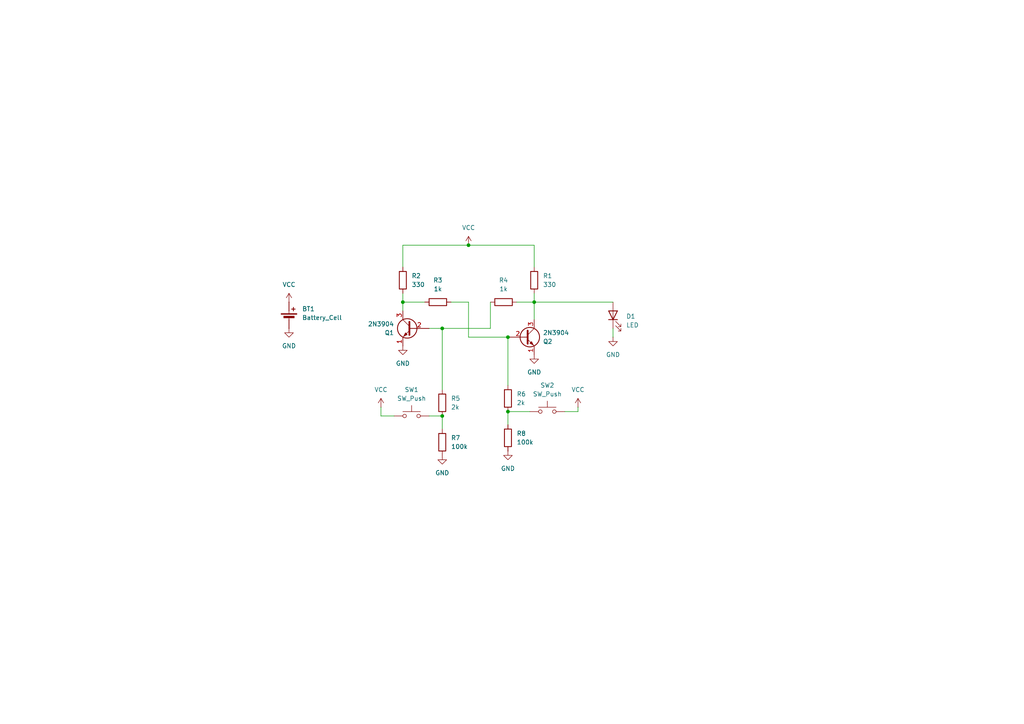
<source format=kicad_sch>
(kicad_sch
	(version 20231120)
	(generator "eeschema")
	(generator_version "8.0")
	(uuid "d9504ae7-2c53-4a42-a000-a591d5cddab8")
	(paper "A4")
	(lib_symbols
		(symbol "Device:Battery_Cell"
			(pin_numbers hide)
			(pin_names
				(offset 0) hide)
			(exclude_from_sim no)
			(in_bom yes)
			(on_board yes)
			(property "Reference" "BT"
				(at 2.54 2.54 0)
				(effects
					(font
						(size 1.27 1.27)
					)
					(justify left)
				)
			)
			(property "Value" "Battery_Cell"
				(at 2.54 0 0)
				(effects
					(font
						(size 1.27 1.27)
					)
					(justify left)
				)
			)
			(property "Footprint" ""
				(at 0 1.524 90)
				(effects
					(font
						(size 1.27 1.27)
					)
					(hide yes)
				)
			)
			(property "Datasheet" "~"
				(at 0 1.524 90)
				(effects
					(font
						(size 1.27 1.27)
					)
					(hide yes)
				)
			)
			(property "Description" "Single-cell battery"
				(at 0 0 0)
				(effects
					(font
						(size 1.27 1.27)
					)
					(hide yes)
				)
			)
			(property "ki_keywords" "battery cell"
				(at 0 0 0)
				(effects
					(font
						(size 1.27 1.27)
					)
					(hide yes)
				)
			)
			(symbol "Battery_Cell_0_1"
				(rectangle
					(start -2.286 1.778)
					(end 2.286 1.524)
					(stroke
						(width 0)
						(type default)
					)
					(fill
						(type outline)
					)
				)
				(rectangle
					(start -1.524 1.016)
					(end 1.524 0.508)
					(stroke
						(width 0)
						(type default)
					)
					(fill
						(type outline)
					)
				)
				(polyline
					(pts
						(xy 0 0.762) (xy 0 0)
					)
					(stroke
						(width 0)
						(type default)
					)
					(fill
						(type none)
					)
				)
				(polyline
					(pts
						(xy 0 1.778) (xy 0 2.54)
					)
					(stroke
						(width 0)
						(type default)
					)
					(fill
						(type none)
					)
				)
				(polyline
					(pts
						(xy 0.762 3.048) (xy 1.778 3.048)
					)
					(stroke
						(width 0.254)
						(type default)
					)
					(fill
						(type none)
					)
				)
				(polyline
					(pts
						(xy 1.27 3.556) (xy 1.27 2.54)
					)
					(stroke
						(width 0.254)
						(type default)
					)
					(fill
						(type none)
					)
				)
			)
			(symbol "Battery_Cell_1_1"
				(pin passive line
					(at 0 5.08 270)
					(length 2.54)
					(name "+"
						(effects
							(font
								(size 1.27 1.27)
							)
						)
					)
					(number "1"
						(effects
							(font
								(size 1.27 1.27)
							)
						)
					)
				)
				(pin passive line
					(at 0 -2.54 90)
					(length 2.54)
					(name "-"
						(effects
							(font
								(size 1.27 1.27)
							)
						)
					)
					(number "2"
						(effects
							(font
								(size 1.27 1.27)
							)
						)
					)
				)
			)
		)
		(symbol "Device:LED"
			(pin_numbers hide)
			(pin_names
				(offset 1.016) hide)
			(exclude_from_sim no)
			(in_bom yes)
			(on_board yes)
			(property "Reference" "D"
				(at 0 2.54 0)
				(effects
					(font
						(size 1.27 1.27)
					)
				)
			)
			(property "Value" "LED"
				(at 0 -2.54 0)
				(effects
					(font
						(size 1.27 1.27)
					)
				)
			)
			(property "Footprint" ""
				(at 0 0 0)
				(effects
					(font
						(size 1.27 1.27)
					)
					(hide yes)
				)
			)
			(property "Datasheet" "~"
				(at 0 0 0)
				(effects
					(font
						(size 1.27 1.27)
					)
					(hide yes)
				)
			)
			(property "Description" "Light emitting diode"
				(at 0 0 0)
				(effects
					(font
						(size 1.27 1.27)
					)
					(hide yes)
				)
			)
			(property "ki_keywords" "LED diode"
				(at 0 0 0)
				(effects
					(font
						(size 1.27 1.27)
					)
					(hide yes)
				)
			)
			(property "ki_fp_filters" "LED* LED_SMD:* LED_THT:*"
				(at 0 0 0)
				(effects
					(font
						(size 1.27 1.27)
					)
					(hide yes)
				)
			)
			(symbol "LED_0_1"
				(polyline
					(pts
						(xy -1.27 -1.27) (xy -1.27 1.27)
					)
					(stroke
						(width 0.254)
						(type default)
					)
					(fill
						(type none)
					)
				)
				(polyline
					(pts
						(xy -1.27 0) (xy 1.27 0)
					)
					(stroke
						(width 0)
						(type default)
					)
					(fill
						(type none)
					)
				)
				(polyline
					(pts
						(xy 1.27 -1.27) (xy 1.27 1.27) (xy -1.27 0) (xy 1.27 -1.27)
					)
					(stroke
						(width 0.254)
						(type default)
					)
					(fill
						(type none)
					)
				)
				(polyline
					(pts
						(xy -3.048 -0.762) (xy -4.572 -2.286) (xy -3.81 -2.286) (xy -4.572 -2.286) (xy -4.572 -1.524)
					)
					(stroke
						(width 0)
						(type default)
					)
					(fill
						(type none)
					)
				)
				(polyline
					(pts
						(xy -1.778 -0.762) (xy -3.302 -2.286) (xy -2.54 -2.286) (xy -3.302 -2.286) (xy -3.302 -1.524)
					)
					(stroke
						(width 0)
						(type default)
					)
					(fill
						(type none)
					)
				)
			)
			(symbol "LED_1_1"
				(pin passive line
					(at -3.81 0 0)
					(length 2.54)
					(name "K"
						(effects
							(font
								(size 1.27 1.27)
							)
						)
					)
					(number "1"
						(effects
							(font
								(size 1.27 1.27)
							)
						)
					)
				)
				(pin passive line
					(at 3.81 0 180)
					(length 2.54)
					(name "A"
						(effects
							(font
								(size 1.27 1.27)
							)
						)
					)
					(number "2"
						(effects
							(font
								(size 1.27 1.27)
							)
						)
					)
				)
			)
		)
		(symbol "Device:R"
			(pin_numbers hide)
			(pin_names
				(offset 0)
			)
			(exclude_from_sim no)
			(in_bom yes)
			(on_board yes)
			(property "Reference" "R"
				(at 2.032 0 90)
				(effects
					(font
						(size 1.27 1.27)
					)
				)
			)
			(property "Value" "R"
				(at 0 0 90)
				(effects
					(font
						(size 1.27 1.27)
					)
				)
			)
			(property "Footprint" ""
				(at -1.778 0 90)
				(effects
					(font
						(size 1.27 1.27)
					)
					(hide yes)
				)
			)
			(property "Datasheet" "~"
				(at 0 0 0)
				(effects
					(font
						(size 1.27 1.27)
					)
					(hide yes)
				)
			)
			(property "Description" "Resistor"
				(at 0 0 0)
				(effects
					(font
						(size 1.27 1.27)
					)
					(hide yes)
				)
			)
			(property "ki_keywords" "R res resistor"
				(at 0 0 0)
				(effects
					(font
						(size 1.27 1.27)
					)
					(hide yes)
				)
			)
			(property "ki_fp_filters" "R_*"
				(at 0 0 0)
				(effects
					(font
						(size 1.27 1.27)
					)
					(hide yes)
				)
			)
			(symbol "R_0_1"
				(rectangle
					(start -1.016 -2.54)
					(end 1.016 2.54)
					(stroke
						(width 0.254)
						(type default)
					)
					(fill
						(type none)
					)
				)
			)
			(symbol "R_1_1"
				(pin passive line
					(at 0 3.81 270)
					(length 1.27)
					(name "~"
						(effects
							(font
								(size 1.27 1.27)
							)
						)
					)
					(number "1"
						(effects
							(font
								(size 1.27 1.27)
							)
						)
					)
				)
				(pin passive line
					(at 0 -3.81 90)
					(length 1.27)
					(name "~"
						(effects
							(font
								(size 1.27 1.27)
							)
						)
					)
					(number "2"
						(effects
							(font
								(size 1.27 1.27)
							)
						)
					)
				)
			)
		)
		(symbol "Switch:SW_Push"
			(pin_numbers hide)
			(pin_names
				(offset 1.016) hide)
			(exclude_from_sim no)
			(in_bom yes)
			(on_board yes)
			(property "Reference" "SW"
				(at 1.27 2.54 0)
				(effects
					(font
						(size 1.27 1.27)
					)
					(justify left)
				)
			)
			(property "Value" "SW_Push"
				(at 0 -1.524 0)
				(effects
					(font
						(size 1.27 1.27)
					)
				)
			)
			(property "Footprint" ""
				(at 0 5.08 0)
				(effects
					(font
						(size 1.27 1.27)
					)
					(hide yes)
				)
			)
			(property "Datasheet" "~"
				(at 0 5.08 0)
				(effects
					(font
						(size 1.27 1.27)
					)
					(hide yes)
				)
			)
			(property "Description" "Push button switch, generic, two pins"
				(at 0 0 0)
				(effects
					(font
						(size 1.27 1.27)
					)
					(hide yes)
				)
			)
			(property "ki_keywords" "switch normally-open pushbutton push-button"
				(at 0 0 0)
				(effects
					(font
						(size 1.27 1.27)
					)
					(hide yes)
				)
			)
			(symbol "SW_Push_0_1"
				(circle
					(center -2.032 0)
					(radius 0.508)
					(stroke
						(width 0)
						(type default)
					)
					(fill
						(type none)
					)
				)
				(polyline
					(pts
						(xy 0 1.27) (xy 0 3.048)
					)
					(stroke
						(width 0)
						(type default)
					)
					(fill
						(type none)
					)
				)
				(polyline
					(pts
						(xy 2.54 1.27) (xy -2.54 1.27)
					)
					(stroke
						(width 0)
						(type default)
					)
					(fill
						(type none)
					)
				)
				(circle
					(center 2.032 0)
					(radius 0.508)
					(stroke
						(width 0)
						(type default)
					)
					(fill
						(type none)
					)
				)
				(pin passive line
					(at -5.08 0 0)
					(length 2.54)
					(name "1"
						(effects
							(font
								(size 1.27 1.27)
							)
						)
					)
					(number "1"
						(effects
							(font
								(size 1.27 1.27)
							)
						)
					)
				)
				(pin passive line
					(at 5.08 0 180)
					(length 2.54)
					(name "2"
						(effects
							(font
								(size 1.27 1.27)
							)
						)
					)
					(number "2"
						(effects
							(font
								(size 1.27 1.27)
							)
						)
					)
				)
			)
		)
		(symbol "Transistor_BJT:2N3904"
			(pin_names
				(offset 0) hide)
			(exclude_from_sim no)
			(in_bom yes)
			(on_board yes)
			(property "Reference" "Q"
				(at 5.08 1.905 0)
				(effects
					(font
						(size 1.27 1.27)
					)
					(justify left)
				)
			)
			(property "Value" "2N3904"
				(at 5.08 0 0)
				(effects
					(font
						(size 1.27 1.27)
					)
					(justify left)
				)
			)
			(property "Footprint" "Package_TO_SOT_THT:TO-92_Inline"
				(at 5.08 -1.905 0)
				(effects
					(font
						(size 1.27 1.27)
						(italic yes)
					)
					(justify left)
					(hide yes)
				)
			)
			(property "Datasheet" "https://www.onsemi.com/pub/Collateral/2N3903-D.PDF"
				(at 0 0 0)
				(effects
					(font
						(size 1.27 1.27)
					)
					(justify left)
					(hide yes)
				)
			)
			(property "Description" "0.2A Ic, 40V Vce, Small Signal NPN Transistor, TO-92"
				(at 0 0 0)
				(effects
					(font
						(size 1.27 1.27)
					)
					(hide yes)
				)
			)
			(property "ki_keywords" "NPN Transistor"
				(at 0 0 0)
				(effects
					(font
						(size 1.27 1.27)
					)
					(hide yes)
				)
			)
			(property "ki_fp_filters" "TO?92*"
				(at 0 0 0)
				(effects
					(font
						(size 1.27 1.27)
					)
					(hide yes)
				)
			)
			(symbol "2N3904_0_1"
				(polyline
					(pts
						(xy 0.635 0.635) (xy 2.54 2.54)
					)
					(stroke
						(width 0)
						(type default)
					)
					(fill
						(type none)
					)
				)
				(polyline
					(pts
						(xy 0.635 -0.635) (xy 2.54 -2.54) (xy 2.54 -2.54)
					)
					(stroke
						(width 0)
						(type default)
					)
					(fill
						(type none)
					)
				)
				(polyline
					(pts
						(xy 0.635 1.905) (xy 0.635 -1.905) (xy 0.635 -1.905)
					)
					(stroke
						(width 0.508)
						(type default)
					)
					(fill
						(type none)
					)
				)
				(polyline
					(pts
						(xy 1.27 -1.778) (xy 1.778 -1.27) (xy 2.286 -2.286) (xy 1.27 -1.778) (xy 1.27 -1.778)
					)
					(stroke
						(width 0)
						(type default)
					)
					(fill
						(type outline)
					)
				)
				(circle
					(center 1.27 0)
					(radius 2.8194)
					(stroke
						(width 0.254)
						(type default)
					)
					(fill
						(type none)
					)
				)
			)
			(symbol "2N3904_1_1"
				(pin passive line
					(at 2.54 -5.08 90)
					(length 2.54)
					(name "E"
						(effects
							(font
								(size 1.27 1.27)
							)
						)
					)
					(number "1"
						(effects
							(font
								(size 1.27 1.27)
							)
						)
					)
				)
				(pin passive line
					(at -5.08 0 0)
					(length 5.715)
					(name "B"
						(effects
							(font
								(size 1.27 1.27)
							)
						)
					)
					(number "2"
						(effects
							(font
								(size 1.27 1.27)
							)
						)
					)
				)
				(pin passive line
					(at 2.54 5.08 270)
					(length 2.54)
					(name "C"
						(effects
							(font
								(size 1.27 1.27)
							)
						)
					)
					(number "3"
						(effects
							(font
								(size 1.27 1.27)
							)
						)
					)
				)
			)
		)
		(symbol "power:GND"
			(power)
			(pin_numbers hide)
			(pin_names
				(offset 0) hide)
			(exclude_from_sim no)
			(in_bom yes)
			(on_board yes)
			(property "Reference" "#PWR"
				(at 0 -6.35 0)
				(effects
					(font
						(size 1.27 1.27)
					)
					(hide yes)
				)
			)
			(property "Value" "GND"
				(at 0 -3.81 0)
				(effects
					(font
						(size 1.27 1.27)
					)
				)
			)
			(property "Footprint" ""
				(at 0 0 0)
				(effects
					(font
						(size 1.27 1.27)
					)
					(hide yes)
				)
			)
			(property "Datasheet" ""
				(at 0 0 0)
				(effects
					(font
						(size 1.27 1.27)
					)
					(hide yes)
				)
			)
			(property "Description" "Power symbol creates a global label with name \"GND\" , ground"
				(at 0 0 0)
				(effects
					(font
						(size 1.27 1.27)
					)
					(hide yes)
				)
			)
			(property "ki_keywords" "global power"
				(at 0 0 0)
				(effects
					(font
						(size 1.27 1.27)
					)
					(hide yes)
				)
			)
			(symbol "GND_0_1"
				(polyline
					(pts
						(xy 0 0) (xy 0 -1.27) (xy 1.27 -1.27) (xy 0 -2.54) (xy -1.27 -1.27) (xy 0 -1.27)
					)
					(stroke
						(width 0)
						(type default)
					)
					(fill
						(type none)
					)
				)
			)
			(symbol "GND_1_1"
				(pin power_in line
					(at 0 0 270)
					(length 0)
					(name "~"
						(effects
							(font
								(size 1.27 1.27)
							)
						)
					)
					(number "1"
						(effects
							(font
								(size 1.27 1.27)
							)
						)
					)
				)
			)
		)
		(symbol "power:VCC"
			(power)
			(pin_numbers hide)
			(pin_names
				(offset 0) hide)
			(exclude_from_sim no)
			(in_bom yes)
			(on_board yes)
			(property "Reference" "#PWR"
				(at 0 -3.81 0)
				(effects
					(font
						(size 1.27 1.27)
					)
					(hide yes)
				)
			)
			(property "Value" "VCC"
				(at 0 3.556 0)
				(effects
					(font
						(size 1.27 1.27)
					)
				)
			)
			(property "Footprint" ""
				(at 0 0 0)
				(effects
					(font
						(size 1.27 1.27)
					)
					(hide yes)
				)
			)
			(property "Datasheet" ""
				(at 0 0 0)
				(effects
					(font
						(size 1.27 1.27)
					)
					(hide yes)
				)
			)
			(property "Description" "Power symbol creates a global label with name \"VCC\""
				(at 0 0 0)
				(effects
					(font
						(size 1.27 1.27)
					)
					(hide yes)
				)
			)
			(property "ki_keywords" "global power"
				(at 0 0 0)
				(effects
					(font
						(size 1.27 1.27)
					)
					(hide yes)
				)
			)
			(symbol "VCC_0_1"
				(polyline
					(pts
						(xy -0.762 1.27) (xy 0 2.54)
					)
					(stroke
						(width 0)
						(type default)
					)
					(fill
						(type none)
					)
				)
				(polyline
					(pts
						(xy 0 0) (xy 0 2.54)
					)
					(stroke
						(width 0)
						(type default)
					)
					(fill
						(type none)
					)
				)
				(polyline
					(pts
						(xy 0 2.54) (xy 0.762 1.27)
					)
					(stroke
						(width 0)
						(type default)
					)
					(fill
						(type none)
					)
				)
			)
			(symbol "VCC_1_1"
				(pin power_in line
					(at 0 0 90)
					(length 0)
					(name "~"
						(effects
							(font
								(size 1.27 1.27)
							)
						)
					)
					(number "1"
						(effects
							(font
								(size 1.27 1.27)
							)
						)
					)
				)
			)
		)
	)
	(junction
		(at 154.94 87.63)
		(diameter 0)
		(color 0 0 0 0)
		(uuid "20fcb07a-e498-4cfe-9947-e0279634be71")
	)
	(junction
		(at 135.89 71.12)
		(diameter 0)
		(color 0 0 0 0)
		(uuid "249cdb68-962e-4ff4-a783-046a4993845c")
	)
	(junction
		(at 128.27 95.25)
		(diameter 0)
		(color 0 0 0 0)
		(uuid "57881a3f-7095-46b5-b47a-68a2a2586216")
	)
	(junction
		(at 128.27 120.65)
		(diameter 0)
		(color 0 0 0 0)
		(uuid "60ccd8e7-5f54-453c-b50e-3bf62ddf14da")
	)
	(junction
		(at 147.32 97.79)
		(diameter 0)
		(color 0 0 0 0)
		(uuid "b0dfebf9-e705-4aaa-9528-8999181e85c0")
	)
	(junction
		(at 116.84 87.63)
		(diameter 0)
		(color 0 0 0 0)
		(uuid "b1c2123b-43d4-4c53-b2d2-02b4a7c39273")
	)
	(junction
		(at 147.32 119.38)
		(diameter 0)
		(color 0 0 0 0)
		(uuid "b8aec176-f5dc-40b3-aedf-1d1f5e9df972")
	)
	(wire
		(pts
			(xy 135.89 97.79) (xy 147.32 97.79)
		)
		(stroke
			(width 0)
			(type default)
		)
		(uuid "06626edc-875b-45bd-a015-f85dc0a68c51")
	)
	(wire
		(pts
			(xy 110.49 120.65) (xy 114.3 120.65)
		)
		(stroke
			(width 0)
			(type default)
		)
		(uuid "17e5ac57-0d6e-4316-95c3-0977a316d55e")
	)
	(wire
		(pts
			(xy 153.67 119.38) (xy 147.32 119.38)
		)
		(stroke
			(width 0)
			(type default)
		)
		(uuid "29195236-3d41-48ad-9a8f-ae2d06610f8d")
	)
	(wire
		(pts
			(xy 142.24 87.63) (xy 142.24 95.25)
		)
		(stroke
			(width 0)
			(type default)
		)
		(uuid "2e5cb139-54c3-429e-b865-ca0eccbf116a")
	)
	(wire
		(pts
			(xy 128.27 95.25) (xy 124.46 95.25)
		)
		(stroke
			(width 0)
			(type default)
		)
		(uuid "2ec83f62-b571-48ae-9cf2-e4bcaf62ecbd")
	)
	(wire
		(pts
			(xy 154.94 85.09) (xy 154.94 87.63)
		)
		(stroke
			(width 0)
			(type default)
		)
		(uuid "34abee96-c754-4e3b-b8b1-c4e87c6965d3")
	)
	(wire
		(pts
			(xy 167.64 119.38) (xy 163.83 119.38)
		)
		(stroke
			(width 0)
			(type default)
		)
		(uuid "38d067dc-0ffe-4ac4-9b4c-a59e6839f851")
	)
	(wire
		(pts
			(xy 147.32 97.79) (xy 147.32 111.76)
		)
		(stroke
			(width 0)
			(type default)
		)
		(uuid "4225ff21-44d2-46ab-8367-1ba58a29e0f8")
	)
	(wire
		(pts
			(xy 147.32 123.19) (xy 147.32 119.38)
		)
		(stroke
			(width 0)
			(type default)
		)
		(uuid "52c33ad3-9be1-448c-88f8-f66c6ccc6d0b")
	)
	(wire
		(pts
			(xy 124.46 120.65) (xy 128.27 120.65)
		)
		(stroke
			(width 0)
			(type default)
		)
		(uuid "59f2a62e-cb0c-41b5-8c8a-0923dbb006ce")
	)
	(wire
		(pts
			(xy 177.8 95.25) (xy 177.8 97.79)
		)
		(stroke
			(width 0)
			(type default)
		)
		(uuid "5a9024ff-7810-46b9-9ed7-9554e84ab7e7")
	)
	(wire
		(pts
			(xy 110.49 118.11) (xy 110.49 120.65)
		)
		(stroke
			(width 0)
			(type default)
		)
		(uuid "64e77090-f7c9-4a9f-806b-64e6fe82e5a2")
	)
	(wire
		(pts
			(xy 128.27 120.65) (xy 128.27 124.46)
		)
		(stroke
			(width 0)
			(type default)
		)
		(uuid "6fae903c-1f9f-44bd-bd75-f1161586a92d")
	)
	(wire
		(pts
			(xy 116.84 71.12) (xy 135.89 71.12)
		)
		(stroke
			(width 0)
			(type default)
		)
		(uuid "80768303-b2d2-483c-ab89-c6f77473b38a")
	)
	(wire
		(pts
			(xy 116.84 85.09) (xy 116.84 87.63)
		)
		(stroke
			(width 0)
			(type default)
		)
		(uuid "8347b6d5-4992-425e-944f-950a653abb28")
	)
	(wire
		(pts
			(xy 130.81 87.63) (xy 135.89 87.63)
		)
		(stroke
			(width 0)
			(type default)
		)
		(uuid "9ab50a5c-8064-4b77-99fc-fa37ddfcf3ef")
	)
	(wire
		(pts
			(xy 149.86 87.63) (xy 154.94 87.63)
		)
		(stroke
			(width 0)
			(type default)
		)
		(uuid "a16ebb0c-b61b-4423-99db-ed26aea74a5d")
	)
	(wire
		(pts
			(xy 123.19 87.63) (xy 116.84 87.63)
		)
		(stroke
			(width 0)
			(type default)
		)
		(uuid "a69a02ec-2e04-432b-a272-6727945e00fa")
	)
	(wire
		(pts
			(xy 154.94 87.63) (xy 154.94 92.71)
		)
		(stroke
			(width 0)
			(type default)
		)
		(uuid "ac522444-779f-4bb2-a31c-e9fd8eed11c7")
	)
	(wire
		(pts
			(xy 116.84 87.63) (xy 116.84 90.17)
		)
		(stroke
			(width 0)
			(type default)
		)
		(uuid "b355a6b0-b193-4749-8890-4f240cb6d3ce")
	)
	(wire
		(pts
			(xy 128.27 95.25) (xy 128.27 113.03)
		)
		(stroke
			(width 0)
			(type default)
		)
		(uuid "b83ae86c-0d9c-4131-a626-9da682df1fd0")
	)
	(wire
		(pts
			(xy 142.24 95.25) (xy 128.27 95.25)
		)
		(stroke
			(width 0)
			(type default)
		)
		(uuid "bb75b499-5404-4121-a8e1-c3187eb95147")
	)
	(wire
		(pts
			(xy 135.89 71.12) (xy 154.94 71.12)
		)
		(stroke
			(width 0)
			(type default)
		)
		(uuid "bc6a7185-738d-4a7c-b97a-5d67c9b00804")
	)
	(wire
		(pts
			(xy 154.94 71.12) (xy 154.94 77.47)
		)
		(stroke
			(width 0)
			(type default)
		)
		(uuid "c53683ee-0d6a-41e6-9eef-16f961553dd4")
	)
	(wire
		(pts
			(xy 116.84 77.47) (xy 116.84 71.12)
		)
		(stroke
			(width 0)
			(type default)
		)
		(uuid "caad13ef-d5d4-433e-aa3c-3fa9fb54ff5a")
	)
	(wire
		(pts
			(xy 135.89 87.63) (xy 135.89 97.79)
		)
		(stroke
			(width 0)
			(type default)
		)
		(uuid "ddbd1a2e-e9e1-41c6-a6f1-0d06015e4a5d")
	)
	(wire
		(pts
			(xy 167.64 118.11) (xy 167.64 119.38)
		)
		(stroke
			(width 0)
			(type default)
		)
		(uuid "ea1bbf9d-491f-4fcb-a0c7-1833d1be1724")
	)
	(wire
		(pts
			(xy 154.94 87.63) (xy 177.8 87.63)
		)
		(stroke
			(width 0)
			(type default)
		)
		(uuid "fb6a4a41-f3de-4df1-bae2-50d476d37698")
	)
	(symbol
		(lib_id "power:GND")
		(at 128.27 132.08 0)
		(unit 1)
		(exclude_from_sim no)
		(in_bom yes)
		(on_board yes)
		(dnp no)
		(fields_autoplaced yes)
		(uuid "05cd3fee-08b1-4047-be07-00685f91f884")
		(property "Reference" "#PWR04"
			(at 128.27 138.43 0)
			(effects
				(font
					(size 1.27 1.27)
				)
				(hide yes)
			)
		)
		(property "Value" "GND"
			(at 128.27 137.16 0)
			(effects
				(font
					(size 1.27 1.27)
				)
			)
		)
		(property "Footprint" ""
			(at 128.27 132.08 0)
			(effects
				(font
					(size 1.27 1.27)
				)
				(hide yes)
			)
		)
		(property "Datasheet" ""
			(at 128.27 132.08 0)
			(effects
				(font
					(size 1.27 1.27)
				)
				(hide yes)
			)
		)
		(property "Description" "Power symbol creates a global label with name \"GND\" , ground"
			(at 128.27 132.08 0)
			(effects
				(font
					(size 1.27 1.27)
				)
				(hide yes)
			)
		)
		(pin "1"
			(uuid "74219372-cd23-43d2-8295-9ceefc480ef8")
		)
		(instances
			(project "fishflop"
				(path "/d9504ae7-2c53-4a42-a000-a591d5cddab8"
					(reference "#PWR04")
					(unit 1)
				)
			)
		)
	)
	(symbol
		(lib_id "Switch:SW_Push")
		(at 158.75 119.38 0)
		(unit 1)
		(exclude_from_sim no)
		(in_bom yes)
		(on_board yes)
		(dnp no)
		(fields_autoplaced yes)
		(uuid "0d0b8780-6690-4fea-820d-2beb4a190ef5")
		(property "Reference" "SW2"
			(at 158.75 111.76 0)
			(effects
				(font
					(size 1.27 1.27)
				)
			)
		)
		(property "Value" "SW_Push"
			(at 158.75 114.3 0)
			(effects
				(font
					(size 1.27 1.27)
				)
			)
		)
		(property "Footprint" "Button_Switch_THT:SW_PUSH_6mm"
			(at 158.75 114.3 0)
			(effects
				(font
					(size 1.27 1.27)
				)
				(hide yes)
			)
		)
		(property "Datasheet" "~"
			(at 158.75 114.3 0)
			(effects
				(font
					(size 1.27 1.27)
				)
				(hide yes)
			)
		)
		(property "Description" "Push button switch, generic, two pins"
			(at 158.75 119.38 0)
			(effects
				(font
					(size 1.27 1.27)
				)
				(hide yes)
			)
		)
		(pin "1"
			(uuid "82689dea-1769-447b-84c4-547c3b63516d")
		)
		(pin "2"
			(uuid "50e07250-30cd-43c9-b7ea-dee7acb0ba64")
		)
		(instances
			(project "fishflop"
				(path "/d9504ae7-2c53-4a42-a000-a591d5cddab8"
					(reference "SW2")
					(unit 1)
				)
			)
		)
	)
	(symbol
		(lib_id "power:GND")
		(at 83.82 95.25 0)
		(unit 1)
		(exclude_from_sim no)
		(in_bom yes)
		(on_board yes)
		(dnp no)
		(fields_autoplaced yes)
		(uuid "0f49142b-1037-476f-9767-bd9d164399da")
		(property "Reference" "#PWR01"
			(at 83.82 101.6 0)
			(effects
				(font
					(size 1.27 1.27)
				)
				(hide yes)
			)
		)
		(property "Value" "GND"
			(at 83.82 100.33 0)
			(effects
				(font
					(size 1.27 1.27)
				)
			)
		)
		(property "Footprint" ""
			(at 83.82 95.25 0)
			(effects
				(font
					(size 1.27 1.27)
				)
				(hide yes)
			)
		)
		(property "Datasheet" ""
			(at 83.82 95.25 0)
			(effects
				(font
					(size 1.27 1.27)
				)
				(hide yes)
			)
		)
		(property "Description" "Power symbol creates a global label with name \"GND\" , ground"
			(at 83.82 95.25 0)
			(effects
				(font
					(size 1.27 1.27)
				)
				(hide yes)
			)
		)
		(pin "1"
			(uuid "674cbb27-b39b-4271-90b0-b6b3ba4e075d")
		)
		(instances
			(project ""
				(path "/d9504ae7-2c53-4a42-a000-a591d5cddab8"
					(reference "#PWR01")
					(unit 1)
				)
			)
		)
	)
	(symbol
		(lib_id "Device:R")
		(at 154.94 81.28 0)
		(unit 1)
		(exclude_from_sim no)
		(in_bom yes)
		(on_board yes)
		(dnp no)
		(fields_autoplaced yes)
		(uuid "15a8eced-1520-43f4-8ca0-294a7fb37cc7")
		(property "Reference" "R1"
			(at 157.48 80.0099 0)
			(effects
				(font
					(size 1.27 1.27)
				)
				(justify left)
			)
		)
		(property "Value" "330"
			(at 157.48 82.5499 0)
			(effects
				(font
					(size 1.27 1.27)
				)
				(justify left)
			)
		)
		(property "Footprint" "Resistor_THT:R_Axial_DIN0207_L6.3mm_D2.5mm_P7.62mm_Horizontal"
			(at 153.162 81.28 90)
			(effects
				(font
					(size 1.27 1.27)
				)
				(hide yes)
			)
		)
		(property "Datasheet" "~"
			(at 154.94 81.28 0)
			(effects
				(font
					(size 1.27 1.27)
				)
				(hide yes)
			)
		)
		(property "Description" "Resistor"
			(at 154.94 81.28 0)
			(effects
				(font
					(size 1.27 1.27)
				)
				(hide yes)
			)
		)
		(pin "2"
			(uuid "4e41bdc4-70d6-4b02-8ec9-3a946b5c04e7")
		)
		(pin "1"
			(uuid "3bbc257d-230b-4a1f-85bd-d0c7ab124e6d")
		)
		(instances
			(project ""
				(path "/d9504ae7-2c53-4a42-a000-a591d5cddab8"
					(reference "R1")
					(unit 1)
				)
			)
		)
	)
	(symbol
		(lib_id "power:VCC")
		(at 167.64 118.11 0)
		(unit 1)
		(exclude_from_sim no)
		(in_bom yes)
		(on_board yes)
		(dnp no)
		(fields_autoplaced yes)
		(uuid "199f6d8c-108e-4c90-b8cd-3fd497059323")
		(property "Reference" "#PWR07"
			(at 167.64 121.92 0)
			(effects
				(font
					(size 1.27 1.27)
				)
				(hide yes)
			)
		)
		(property "Value" "VCC"
			(at 167.64 113.03 0)
			(effects
				(font
					(size 1.27 1.27)
				)
			)
		)
		(property "Footprint" ""
			(at 167.64 118.11 0)
			(effects
				(font
					(size 1.27 1.27)
				)
				(hide yes)
			)
		)
		(property "Datasheet" ""
			(at 167.64 118.11 0)
			(effects
				(font
					(size 1.27 1.27)
				)
				(hide yes)
			)
		)
		(property "Description" "Power symbol creates a global label with name \"VCC\""
			(at 167.64 118.11 0)
			(effects
				(font
					(size 1.27 1.27)
				)
				(hide yes)
			)
		)
		(pin "1"
			(uuid "d60cd6bc-939a-4b57-a180-ef5c48dbda67")
		)
		(instances
			(project "fishflop"
				(path "/d9504ae7-2c53-4a42-a000-a591d5cddab8"
					(reference "#PWR07")
					(unit 1)
				)
			)
		)
	)
	(symbol
		(lib_id "power:GND")
		(at 154.94 102.87 0)
		(unit 1)
		(exclude_from_sim no)
		(in_bom yes)
		(on_board yes)
		(dnp no)
		(uuid "3096062e-1dcc-480f-9c5a-594be6dc4ffc")
		(property "Reference" "#PWR09"
			(at 154.94 109.22 0)
			(effects
				(font
					(size 1.27 1.27)
				)
				(hide yes)
			)
		)
		(property "Value" "GND"
			(at 154.94 107.95 0)
			(effects
				(font
					(size 1.27 1.27)
				)
			)
		)
		(property "Footprint" ""
			(at 154.94 102.87 0)
			(effects
				(font
					(size 1.27 1.27)
				)
				(hide yes)
			)
		)
		(property "Datasheet" ""
			(at 154.94 102.87 0)
			(effects
				(font
					(size 1.27 1.27)
				)
				(hide yes)
			)
		)
		(property "Description" "Power symbol creates a global label with name \"GND\" , ground"
			(at 154.94 102.87 0)
			(effects
				(font
					(size 1.27 1.27)
				)
				(hide yes)
			)
		)
		(pin "1"
			(uuid "820e52d3-311e-4da8-a084-5166805e7398")
		)
		(instances
			(project "fishflop"
				(path "/d9504ae7-2c53-4a42-a000-a591d5cddab8"
					(reference "#PWR09")
					(unit 1)
				)
			)
		)
	)
	(symbol
		(lib_id "Device:R")
		(at 128.27 128.27 0)
		(unit 1)
		(exclude_from_sim no)
		(in_bom yes)
		(on_board yes)
		(dnp no)
		(fields_autoplaced yes)
		(uuid "522e8b2f-8cd2-4a03-b2dc-633bf95014d0")
		(property "Reference" "R7"
			(at 130.81 126.9999 0)
			(effects
				(font
					(size 1.27 1.27)
				)
				(justify left)
			)
		)
		(property "Value" "100k"
			(at 130.81 129.5399 0)
			(effects
				(font
					(size 1.27 1.27)
				)
				(justify left)
			)
		)
		(property "Footprint" "Resistor_THT:R_Axial_DIN0207_L6.3mm_D2.5mm_P7.62mm_Horizontal"
			(at 126.492 128.27 90)
			(effects
				(font
					(size 1.27 1.27)
				)
				(hide yes)
			)
		)
		(property "Datasheet" "~"
			(at 128.27 128.27 0)
			(effects
				(font
					(size 1.27 1.27)
				)
				(hide yes)
			)
		)
		(property "Description" "Resistor"
			(at 128.27 128.27 0)
			(effects
				(font
					(size 1.27 1.27)
				)
				(hide yes)
			)
		)
		(pin "2"
			(uuid "ccff259a-6700-46ad-b63c-ddccfbb78431")
		)
		(pin "1"
			(uuid "d8fe38f1-884b-4027-9519-9a5418bc7219")
		)
		(instances
			(project "fishflop"
				(path "/d9504ae7-2c53-4a42-a000-a591d5cddab8"
					(reference "R7")
					(unit 1)
				)
			)
		)
	)
	(symbol
		(lib_id "Device:R")
		(at 127 87.63 90)
		(unit 1)
		(exclude_from_sim no)
		(in_bom yes)
		(on_board yes)
		(dnp no)
		(fields_autoplaced yes)
		(uuid "5897ef42-001b-4a4d-8606-d9db76f0b306")
		(property "Reference" "R3"
			(at 127 81.28 90)
			(effects
				(font
					(size 1.27 1.27)
				)
			)
		)
		(property "Value" "1k"
			(at 127 83.82 90)
			(effects
				(font
					(size 1.27 1.27)
				)
			)
		)
		(property "Footprint" "Resistor_THT:R_Axial_DIN0207_L6.3mm_D2.5mm_P7.62mm_Horizontal"
			(at 127 89.408 90)
			(effects
				(font
					(size 1.27 1.27)
				)
				(hide yes)
			)
		)
		(property "Datasheet" "~"
			(at 127 87.63 0)
			(effects
				(font
					(size 1.27 1.27)
				)
				(hide yes)
			)
		)
		(property "Description" "Resistor"
			(at 127 87.63 0)
			(effects
				(font
					(size 1.27 1.27)
				)
				(hide yes)
			)
		)
		(pin "2"
			(uuid "1b2d36d8-e498-4a1f-aa36-2788ea09992c")
		)
		(pin "1"
			(uuid "57d35632-4d37-4df1-be11-32ff882b3e49")
		)
		(instances
			(project "fishflop"
				(path "/d9504ae7-2c53-4a42-a000-a591d5cddab8"
					(reference "R3")
					(unit 1)
				)
			)
		)
	)
	(symbol
		(lib_id "Device:R")
		(at 147.32 127 0)
		(unit 1)
		(exclude_from_sim no)
		(in_bom yes)
		(on_board yes)
		(dnp no)
		(fields_autoplaced yes)
		(uuid "5c0e5911-7d10-4b1b-8bde-ccd8ec902205")
		(property "Reference" "R8"
			(at 149.86 125.7299 0)
			(effects
				(font
					(size 1.27 1.27)
				)
				(justify left)
			)
		)
		(property "Value" "100k"
			(at 149.86 128.2699 0)
			(effects
				(font
					(size 1.27 1.27)
				)
				(justify left)
			)
		)
		(property "Footprint" "Resistor_THT:R_Axial_DIN0207_L6.3mm_D2.5mm_P7.62mm_Horizontal"
			(at 145.542 127 90)
			(effects
				(font
					(size 1.27 1.27)
				)
				(hide yes)
			)
		)
		(property "Datasheet" "~"
			(at 147.32 127 0)
			(effects
				(font
					(size 1.27 1.27)
				)
				(hide yes)
			)
		)
		(property "Description" "Resistor"
			(at 147.32 127 0)
			(effects
				(font
					(size 1.27 1.27)
				)
				(hide yes)
			)
		)
		(pin "2"
			(uuid "35e2c966-d345-4148-a8d4-4c415fbe927f")
		)
		(pin "1"
			(uuid "943e618d-3401-451b-8140-65ae1ea39262")
		)
		(instances
			(project "fishflop"
				(path "/d9504ae7-2c53-4a42-a000-a591d5cddab8"
					(reference "R8")
					(unit 1)
				)
			)
		)
	)
	(symbol
		(lib_id "Device:R")
		(at 147.32 115.57 0)
		(unit 1)
		(exclude_from_sim no)
		(in_bom yes)
		(on_board yes)
		(dnp no)
		(fields_autoplaced yes)
		(uuid "6d3fc6b0-6d08-4970-aacf-d9eaf3c09af2")
		(property "Reference" "R6"
			(at 149.86 114.2999 0)
			(effects
				(font
					(size 1.27 1.27)
				)
				(justify left)
			)
		)
		(property "Value" "2k"
			(at 149.86 116.8399 0)
			(effects
				(font
					(size 1.27 1.27)
				)
				(justify left)
			)
		)
		(property "Footprint" "Resistor_THT:R_Axial_DIN0207_L6.3mm_D2.5mm_P7.62mm_Horizontal"
			(at 145.542 115.57 90)
			(effects
				(font
					(size 1.27 1.27)
				)
				(hide yes)
			)
		)
		(property "Datasheet" "~"
			(at 147.32 115.57 0)
			(effects
				(font
					(size 1.27 1.27)
				)
				(hide yes)
			)
		)
		(property "Description" "Resistor"
			(at 147.32 115.57 0)
			(effects
				(font
					(size 1.27 1.27)
				)
				(hide yes)
			)
		)
		(pin "2"
			(uuid "e09387fd-9b0b-48bc-a5fe-3e9d3bca03a9")
		)
		(pin "1"
			(uuid "3f745343-f607-4e83-adf0-aa5eebf52da2")
		)
		(instances
			(project "fishflop"
				(path "/d9504ae7-2c53-4a42-a000-a591d5cddab8"
					(reference "R6")
					(unit 1)
				)
			)
		)
	)
	(symbol
		(lib_id "power:VCC")
		(at 110.49 118.11 0)
		(unit 1)
		(exclude_from_sim no)
		(in_bom yes)
		(on_board yes)
		(dnp no)
		(fields_autoplaced yes)
		(uuid "6d707abe-268f-45eb-878b-39d1a287e01e")
		(property "Reference" "#PWR05"
			(at 110.49 121.92 0)
			(effects
				(font
					(size 1.27 1.27)
				)
				(hide yes)
			)
		)
		(property "Value" "VCC"
			(at 110.49 113.03 0)
			(effects
				(font
					(size 1.27 1.27)
				)
			)
		)
		(property "Footprint" ""
			(at 110.49 118.11 0)
			(effects
				(font
					(size 1.27 1.27)
				)
				(hide yes)
			)
		)
		(property "Datasheet" ""
			(at 110.49 118.11 0)
			(effects
				(font
					(size 1.27 1.27)
				)
				(hide yes)
			)
		)
		(property "Description" "Power symbol creates a global label with name \"VCC\""
			(at 110.49 118.11 0)
			(effects
				(font
					(size 1.27 1.27)
				)
				(hide yes)
			)
		)
		(pin "1"
			(uuid "5afabb1f-73e7-4f20-a109-4e7de90480ae")
		)
		(instances
			(project "fishflop"
				(path "/d9504ae7-2c53-4a42-a000-a591d5cddab8"
					(reference "#PWR05")
					(unit 1)
				)
			)
		)
	)
	(symbol
		(lib_id "Transistor_BJT:2N3904")
		(at 119.38 95.25 0)
		(mirror y)
		(unit 1)
		(exclude_from_sim no)
		(in_bom yes)
		(on_board yes)
		(dnp no)
		(uuid "6e780d70-b3b0-499f-aa49-74a2cc494ee2")
		(property "Reference" "Q1"
			(at 114.3 96.5201 0)
			(effects
				(font
					(size 1.27 1.27)
				)
				(justify left)
			)
		)
		(property "Value" "2N3904"
			(at 114.3 93.9801 0)
			(effects
				(font
					(size 1.27 1.27)
				)
				(justify left)
			)
		)
		(property "Footprint" "Package_TO_SOT_THT:TO-92L_HandSolder"
			(at 114.3 97.155 0)
			(effects
				(font
					(size 1.27 1.27)
					(italic yes)
				)
				(justify left)
				(hide yes)
			)
		)
		(property "Datasheet" "https://www.onsemi.com/pub/Collateral/2N3903-D.PDF"
			(at 119.38 95.25 0)
			(effects
				(font
					(size 1.27 1.27)
				)
				(justify left)
				(hide yes)
			)
		)
		(property "Description" "0.2A Ic, 40V Vce, Small Signal NPN Transistor, TO-92"
			(at 119.38 95.25 0)
			(effects
				(font
					(size 1.27 1.27)
				)
				(hide yes)
			)
		)
		(pin "2"
			(uuid "9816c3b8-c5b0-423e-9c03-ca64cb26ca5b")
		)
		(pin "3"
			(uuid "aea561c0-15ad-45c1-9026-762b15f031cd")
		)
		(pin "1"
			(uuid "e2d1c94f-91a3-40c7-bda9-7a20e23a4c69")
		)
		(instances
			(project ""
				(path "/d9504ae7-2c53-4a42-a000-a591d5cddab8"
					(reference "Q1")
					(unit 1)
				)
			)
		)
	)
	(symbol
		(lib_id "power:GND")
		(at 177.8 97.79 0)
		(unit 1)
		(exclude_from_sim no)
		(in_bom yes)
		(on_board yes)
		(dnp no)
		(fields_autoplaced yes)
		(uuid "7da9dbdc-f2b3-4d57-8f15-140eaa8a58c6")
		(property "Reference" "#PWR010"
			(at 177.8 104.14 0)
			(effects
				(font
					(size 1.27 1.27)
				)
				(hide yes)
			)
		)
		(property "Value" "GND"
			(at 177.8 102.87 0)
			(effects
				(font
					(size 1.27 1.27)
				)
			)
		)
		(property "Footprint" ""
			(at 177.8 97.79 0)
			(effects
				(font
					(size 1.27 1.27)
				)
				(hide yes)
			)
		)
		(property "Datasheet" ""
			(at 177.8 97.79 0)
			(effects
				(font
					(size 1.27 1.27)
				)
				(hide yes)
			)
		)
		(property "Description" "Power symbol creates a global label with name \"GND\" , ground"
			(at 177.8 97.79 0)
			(effects
				(font
					(size 1.27 1.27)
				)
				(hide yes)
			)
		)
		(pin "1"
			(uuid "fb9510e8-7016-4b3c-b347-5facc2fc0979")
		)
		(instances
			(project "fishflop"
				(path "/d9504ae7-2c53-4a42-a000-a591d5cddab8"
					(reference "#PWR010")
					(unit 1)
				)
			)
		)
	)
	(symbol
		(lib_id "Device:LED")
		(at 177.8 91.44 90)
		(unit 1)
		(exclude_from_sim no)
		(in_bom yes)
		(on_board yes)
		(dnp no)
		(fields_autoplaced yes)
		(uuid "81083499-c83c-4f95-b3ff-cc612646f8d2")
		(property "Reference" "D1"
			(at 181.61 91.7574 90)
			(effects
				(font
					(size 1.27 1.27)
				)
				(justify right)
			)
		)
		(property "Value" "LED"
			(at 181.61 94.2974 90)
			(effects
				(font
					(size 1.27 1.27)
				)
				(justify right)
			)
		)
		(property "Footprint" "LED_THT:LED_D5.0mm"
			(at 177.8 91.44 0)
			(effects
				(font
					(size 1.27 1.27)
				)
				(hide yes)
			)
		)
		(property "Datasheet" "~"
			(at 177.8 91.44 0)
			(effects
				(font
					(size 1.27 1.27)
				)
				(hide yes)
			)
		)
		(property "Description" "Light emitting diode"
			(at 177.8 91.44 0)
			(effects
				(font
					(size 1.27 1.27)
				)
				(hide yes)
			)
		)
		(pin "2"
			(uuid "19c780f7-8a0d-4d5d-83a5-efc9419fd039")
		)
		(pin "1"
			(uuid "f5ab5412-48cf-4352-8f2c-3a9a6e0610b1")
		)
		(instances
			(project ""
				(path "/d9504ae7-2c53-4a42-a000-a591d5cddab8"
					(reference "D1")
					(unit 1)
				)
			)
		)
	)
	(symbol
		(lib_id "power:GND")
		(at 116.84 100.33 0)
		(unit 1)
		(exclude_from_sim no)
		(in_bom yes)
		(on_board yes)
		(dnp no)
		(fields_autoplaced yes)
		(uuid "94178d94-f6a2-4f81-8f65-d6d264d54e0e")
		(property "Reference" "#PWR08"
			(at 116.84 106.68 0)
			(effects
				(font
					(size 1.27 1.27)
				)
				(hide yes)
			)
		)
		(property "Value" "GND"
			(at 116.84 105.41 0)
			(effects
				(font
					(size 1.27 1.27)
				)
			)
		)
		(property "Footprint" ""
			(at 116.84 100.33 0)
			(effects
				(font
					(size 1.27 1.27)
				)
				(hide yes)
			)
		)
		(property "Datasheet" ""
			(at 116.84 100.33 0)
			(effects
				(font
					(size 1.27 1.27)
				)
				(hide yes)
			)
		)
		(property "Description" "Power symbol creates a global label with name \"GND\" , ground"
			(at 116.84 100.33 0)
			(effects
				(font
					(size 1.27 1.27)
				)
				(hide yes)
			)
		)
		(pin "1"
			(uuid "5de7a1f6-30f0-46e9-a0c1-9f9a9b3c64ad")
		)
		(instances
			(project "fishflop"
				(path "/d9504ae7-2c53-4a42-a000-a591d5cddab8"
					(reference "#PWR08")
					(unit 1)
				)
			)
		)
	)
	(symbol
		(lib_id "power:VCC")
		(at 83.82 87.63 0)
		(unit 1)
		(exclude_from_sim no)
		(in_bom yes)
		(on_board yes)
		(dnp no)
		(fields_autoplaced yes)
		(uuid "9d96872d-e7a8-4d77-9062-0c14e0d71282")
		(property "Reference" "#PWR02"
			(at 83.82 91.44 0)
			(effects
				(font
					(size 1.27 1.27)
				)
				(hide yes)
			)
		)
		(property "Value" "VCC"
			(at 83.82 82.55 0)
			(effects
				(font
					(size 1.27 1.27)
				)
			)
		)
		(property "Footprint" ""
			(at 83.82 87.63 0)
			(effects
				(font
					(size 1.27 1.27)
				)
				(hide yes)
			)
		)
		(property "Datasheet" ""
			(at 83.82 87.63 0)
			(effects
				(font
					(size 1.27 1.27)
				)
				(hide yes)
			)
		)
		(property "Description" "Power symbol creates a global label with name \"VCC\""
			(at 83.82 87.63 0)
			(effects
				(font
					(size 1.27 1.27)
				)
				(hide yes)
			)
		)
		(pin "1"
			(uuid "fef07f14-9bf3-487a-b212-6debc5b0f92b")
		)
		(instances
			(project ""
				(path "/d9504ae7-2c53-4a42-a000-a591d5cddab8"
					(reference "#PWR02")
					(unit 1)
				)
			)
		)
	)
	(symbol
		(lib_id "power:VCC")
		(at 135.89 71.12 0)
		(unit 1)
		(exclude_from_sim no)
		(in_bom yes)
		(on_board yes)
		(dnp no)
		(fields_autoplaced yes)
		(uuid "9da581b3-5764-4806-9972-f60fd84a71b4")
		(property "Reference" "#PWR03"
			(at 135.89 74.93 0)
			(effects
				(font
					(size 1.27 1.27)
				)
				(hide yes)
			)
		)
		(property "Value" "VCC"
			(at 135.89 66.04 0)
			(effects
				(font
					(size 1.27 1.27)
				)
			)
		)
		(property "Footprint" ""
			(at 135.89 71.12 0)
			(effects
				(font
					(size 1.27 1.27)
				)
				(hide yes)
			)
		)
		(property "Datasheet" ""
			(at 135.89 71.12 0)
			(effects
				(font
					(size 1.27 1.27)
				)
				(hide yes)
			)
		)
		(property "Description" "Power symbol creates a global label with name \"VCC\""
			(at 135.89 71.12 0)
			(effects
				(font
					(size 1.27 1.27)
				)
				(hide yes)
			)
		)
		(pin "1"
			(uuid "c6e9634e-4413-48bb-9873-8a81d8f5a718")
		)
		(instances
			(project "fishflop"
				(path "/d9504ae7-2c53-4a42-a000-a591d5cddab8"
					(reference "#PWR03")
					(unit 1)
				)
			)
		)
	)
	(symbol
		(lib_id "Switch:SW_Push")
		(at 119.38 120.65 0)
		(unit 1)
		(exclude_from_sim no)
		(in_bom yes)
		(on_board yes)
		(dnp no)
		(fields_autoplaced yes)
		(uuid "a7f128ce-ed85-4f02-9ccc-735f3982f085")
		(property "Reference" "SW1"
			(at 119.38 113.03 0)
			(effects
				(font
					(size 1.27 1.27)
				)
			)
		)
		(property "Value" "SW_Push"
			(at 119.38 115.57 0)
			(effects
				(font
					(size 1.27 1.27)
				)
			)
		)
		(property "Footprint" "Button_Switch_THT:SW_PUSH_6mm"
			(at 119.38 115.57 0)
			(effects
				(font
					(size 1.27 1.27)
				)
				(hide yes)
			)
		)
		(property "Datasheet" "~"
			(at 119.38 115.57 0)
			(effects
				(font
					(size 1.27 1.27)
				)
				(hide yes)
			)
		)
		(property "Description" "Push button switch, generic, two pins"
			(at 119.38 120.65 0)
			(effects
				(font
					(size 1.27 1.27)
				)
				(hide yes)
			)
		)
		(pin "1"
			(uuid "bc3ce00a-1c8c-41fe-a699-f5e29a95f5b3")
		)
		(pin "2"
			(uuid "57ba9192-37fa-4bfe-9234-087ec3cabc85")
		)
		(instances
			(project ""
				(path "/d9504ae7-2c53-4a42-a000-a591d5cddab8"
					(reference "SW1")
					(unit 1)
				)
			)
		)
	)
	(symbol
		(lib_id "Device:R")
		(at 116.84 81.28 0)
		(unit 1)
		(exclude_from_sim no)
		(in_bom yes)
		(on_board yes)
		(dnp no)
		(fields_autoplaced yes)
		(uuid "ab193eaf-9128-419d-b11a-c8c4f0b76c91")
		(property "Reference" "R2"
			(at 119.38 80.0099 0)
			(effects
				(font
					(size 1.27 1.27)
				)
				(justify left)
			)
		)
		(property "Value" "330"
			(at 119.38 82.5499 0)
			(effects
				(font
					(size 1.27 1.27)
				)
				(justify left)
			)
		)
		(property "Footprint" "Resistor_THT:R_Axial_DIN0207_L6.3mm_D2.5mm_P7.62mm_Horizontal"
			(at 115.062 81.28 90)
			(effects
				(font
					(size 1.27 1.27)
				)
				(hide yes)
			)
		)
		(property "Datasheet" "~"
			(at 116.84 81.28 0)
			(effects
				(font
					(size 1.27 1.27)
				)
				(hide yes)
			)
		)
		(property "Description" "Resistor"
			(at 116.84 81.28 0)
			(effects
				(font
					(size 1.27 1.27)
				)
				(hide yes)
			)
		)
		(pin "2"
			(uuid "d5c6bb23-46e6-4bf0-8e40-ef708c140316")
		)
		(pin "1"
			(uuid "dc9c002c-2582-48d3-92b1-d2cef309e06d")
		)
		(instances
			(project "fishflop"
				(path "/d9504ae7-2c53-4a42-a000-a591d5cddab8"
					(reference "R2")
					(unit 1)
				)
			)
		)
	)
	(symbol
		(lib_id "Transistor_BJT:2N3904")
		(at 152.4 97.79 0)
		(unit 1)
		(exclude_from_sim no)
		(in_bom yes)
		(on_board yes)
		(dnp no)
		(uuid "b2c3582c-264e-41eb-bb7c-02de2ed1a928")
		(property "Reference" "Q2"
			(at 157.48 99.0601 0)
			(effects
				(font
					(size 1.27 1.27)
				)
				(justify left)
			)
		)
		(property "Value" "2N3904"
			(at 157.48 96.5201 0)
			(effects
				(font
					(size 1.27 1.27)
				)
				(justify left)
			)
		)
		(property "Footprint" "Package_TO_SOT_THT:TO-92L_HandSolder"
			(at 157.48 99.695 0)
			(effects
				(font
					(size 1.27 1.27)
					(italic yes)
				)
				(justify left)
				(hide yes)
			)
		)
		(property "Datasheet" "https://www.onsemi.com/pub/Collateral/2N3903-D.PDF"
			(at 152.4 97.79 0)
			(effects
				(font
					(size 1.27 1.27)
				)
				(justify left)
				(hide yes)
			)
		)
		(property "Description" "0.2A Ic, 40V Vce, Small Signal NPN Transistor, TO-92"
			(at 152.4 97.79 0)
			(effects
				(font
					(size 1.27 1.27)
				)
				(hide yes)
			)
		)
		(pin "2"
			(uuid "72484478-6608-453a-9af9-20f93669bc47")
		)
		(pin "3"
			(uuid "19a212fb-dd32-43f2-b3e3-823693bd6683")
		)
		(pin "1"
			(uuid "5fb9b9f7-36f8-466a-95c1-2cdecda1c82f")
		)
		(instances
			(project "fishflop"
				(path "/d9504ae7-2c53-4a42-a000-a591d5cddab8"
					(reference "Q2")
					(unit 1)
				)
			)
		)
	)
	(symbol
		(lib_id "Device:R")
		(at 146.05 87.63 90)
		(unit 1)
		(exclude_from_sim no)
		(in_bom yes)
		(on_board yes)
		(dnp no)
		(fields_autoplaced yes)
		(uuid "b6a82d99-787e-4e25-bd05-e44706ce6eaf")
		(property "Reference" "R4"
			(at 146.05 81.28 90)
			(effects
				(font
					(size 1.27 1.27)
				)
			)
		)
		(property "Value" "1k"
			(at 146.05 83.82 90)
			(effects
				(font
					(size 1.27 1.27)
				)
			)
		)
		(property "Footprint" "Resistor_THT:R_Axial_DIN0207_L6.3mm_D2.5mm_P7.62mm_Horizontal"
			(at 146.05 89.408 90)
			(effects
				(font
					(size 1.27 1.27)
				)
				(hide yes)
			)
		)
		(property "Datasheet" "~"
			(at 146.05 87.63 0)
			(effects
				(font
					(size 1.27 1.27)
				)
				(hide yes)
			)
		)
		(property "Description" "Resistor"
			(at 146.05 87.63 0)
			(effects
				(font
					(size 1.27 1.27)
				)
				(hide yes)
			)
		)
		(pin "2"
			(uuid "d874091c-1555-4730-bc2d-f6835433097d")
		)
		(pin "1"
			(uuid "669195ed-c1a5-4220-9193-e54d5de62888")
		)
		(instances
			(project "fishflop"
				(path "/d9504ae7-2c53-4a42-a000-a591d5cddab8"
					(reference "R4")
					(unit 1)
				)
			)
		)
	)
	(symbol
		(lib_id "Device:R")
		(at 128.27 116.84 0)
		(unit 1)
		(exclude_from_sim no)
		(in_bom yes)
		(on_board yes)
		(dnp no)
		(fields_autoplaced yes)
		(uuid "d7ba581e-8c09-4aae-94b6-45864b1129e5")
		(property "Reference" "R5"
			(at 130.81 115.5699 0)
			(effects
				(font
					(size 1.27 1.27)
				)
				(justify left)
			)
		)
		(property "Value" "2k"
			(at 130.81 118.1099 0)
			(effects
				(font
					(size 1.27 1.27)
				)
				(justify left)
			)
		)
		(property "Footprint" "Resistor_THT:R_Axial_DIN0207_L6.3mm_D2.5mm_P7.62mm_Horizontal"
			(at 126.492 116.84 90)
			(effects
				(font
					(size 1.27 1.27)
				)
				(hide yes)
			)
		)
		(property "Datasheet" "~"
			(at 128.27 116.84 0)
			(effects
				(font
					(size 1.27 1.27)
				)
				(hide yes)
			)
		)
		(property "Description" "Resistor"
			(at 128.27 116.84 0)
			(effects
				(font
					(size 1.27 1.27)
				)
				(hide yes)
			)
		)
		(pin "2"
			(uuid "d5df5420-e169-4f4b-8f9b-218473b6f3c8")
		)
		(pin "1"
			(uuid "c6a729fb-dbd4-48c8-aeb9-410ce20105dd")
		)
		(instances
			(project "fishflop"
				(path "/d9504ae7-2c53-4a42-a000-a591d5cddab8"
					(reference "R5")
					(unit 1)
				)
			)
		)
	)
	(symbol
		(lib_id "Device:Battery_Cell")
		(at 83.82 92.71 0)
		(unit 1)
		(exclude_from_sim no)
		(in_bom yes)
		(on_board yes)
		(dnp no)
		(fields_autoplaced yes)
		(uuid "e5815654-d5f0-4005-b6de-b92192a24ccb")
		(property "Reference" "BT1"
			(at 87.63 89.5984 0)
			(effects
				(font
					(size 1.27 1.27)
				)
				(justify left)
			)
		)
		(property "Value" "Battery_Cell"
			(at 87.63 92.1384 0)
			(effects
				(font
					(size 1.27 1.27)
				)
				(justify left)
			)
		)
		(property "Footprint" "Battery:BatteryHolder_Keystone_3034_1x20mm"
			(at 83.82 91.186 90)
			(effects
				(font
					(size 1.27 1.27)
				)
				(hide yes)
			)
		)
		(property "Datasheet" "~"
			(at 83.82 91.186 90)
			(effects
				(font
					(size 1.27 1.27)
				)
				(hide yes)
			)
		)
		(property "Description" "Single-cell battery"
			(at 83.82 92.71 0)
			(effects
				(font
					(size 1.27 1.27)
				)
				(hide yes)
			)
		)
		(pin "2"
			(uuid "e51e9ca0-5ee8-486a-abb0-bcaf0312b93a")
		)
		(pin "1"
			(uuid "548f1f49-e24d-41d9-9ba9-e235c3c0e4ee")
		)
		(instances
			(project ""
				(path "/d9504ae7-2c53-4a42-a000-a591d5cddab8"
					(reference "BT1")
					(unit 1)
				)
			)
		)
	)
	(symbol
		(lib_id "power:GND")
		(at 147.32 130.81 0)
		(unit 1)
		(exclude_from_sim no)
		(in_bom yes)
		(on_board yes)
		(dnp no)
		(fields_autoplaced yes)
		(uuid "ed0771eb-4a18-4f8e-9531-15cdabe70834")
		(property "Reference" "#PWR06"
			(at 147.32 137.16 0)
			(effects
				(font
					(size 1.27 1.27)
				)
				(hide yes)
			)
		)
		(property "Value" "GND"
			(at 147.32 135.89 0)
			(effects
				(font
					(size 1.27 1.27)
				)
			)
		)
		(property "Footprint" ""
			(at 147.32 130.81 0)
			(effects
				(font
					(size 1.27 1.27)
				)
				(hide yes)
			)
		)
		(property "Datasheet" ""
			(at 147.32 130.81 0)
			(effects
				(font
					(size 1.27 1.27)
				)
				(hide yes)
			)
		)
		(property "Description" "Power symbol creates a global label with name \"GND\" , ground"
			(at 147.32 130.81 0)
			(effects
				(font
					(size 1.27 1.27)
				)
				(hide yes)
			)
		)
		(pin "1"
			(uuid "4b64e1bf-c7df-4f5f-958f-8a6574cf12e7")
		)
		(instances
			(project "fishflop"
				(path "/d9504ae7-2c53-4a42-a000-a591d5cddab8"
					(reference "#PWR06")
					(unit 1)
				)
			)
		)
	)
	(sheet_instances
		(path "/"
			(page "1")
		)
	)
)

</source>
